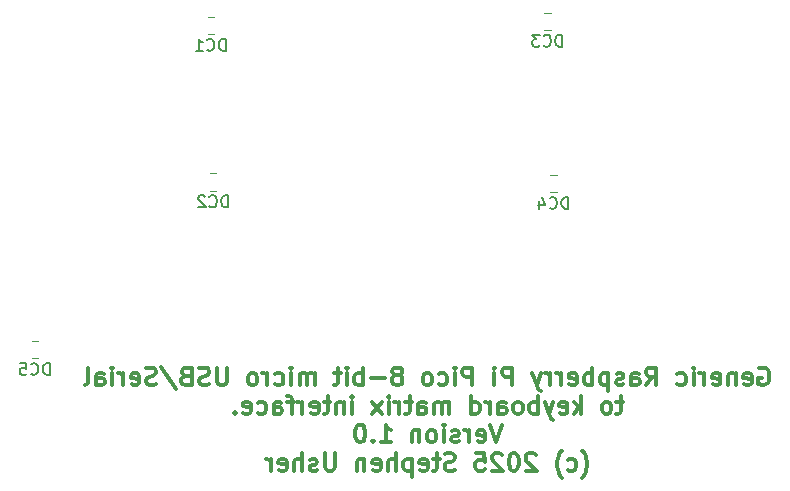
<source format=gbr>
%TF.GenerationSoftware,KiCad,Pcbnew,9.0.2*%
%TF.CreationDate,2025-07-27T17:40:09+01:00*%
%TF.ProjectId,Pico-Keyboard-Matrix-Interface,5069636f-2d4b-4657-9962-6f6172642d4d,rev?*%
%TF.SameCoordinates,Original*%
%TF.FileFunction,Legend,Bot*%
%TF.FilePolarity,Positive*%
%FSLAX46Y46*%
G04 Gerber Fmt 4.6, Leading zero omitted, Abs format (unit mm)*
G04 Created by KiCad (PCBNEW 9.0.2) date 2025-07-27 17:40:09*
%MOMM*%
%LPD*%
G01*
G04 APERTURE LIST*
%ADD10C,0.300000*%
%ADD11C,0.150000*%
%ADD12C,0.120000*%
G04 APERTURE END LIST*
D10*
X136621426Y-82127383D02*
X136764284Y-82055954D01*
X136764284Y-82055954D02*
X136978569Y-82055954D01*
X136978569Y-82055954D02*
X137192855Y-82127383D01*
X137192855Y-82127383D02*
X137335712Y-82270240D01*
X137335712Y-82270240D02*
X137407141Y-82413097D01*
X137407141Y-82413097D02*
X137478569Y-82698811D01*
X137478569Y-82698811D02*
X137478569Y-82913097D01*
X137478569Y-82913097D02*
X137407141Y-83198811D01*
X137407141Y-83198811D02*
X137335712Y-83341668D01*
X137335712Y-83341668D02*
X137192855Y-83484526D01*
X137192855Y-83484526D02*
X136978569Y-83555954D01*
X136978569Y-83555954D02*
X136835712Y-83555954D01*
X136835712Y-83555954D02*
X136621426Y-83484526D01*
X136621426Y-83484526D02*
X136549998Y-83413097D01*
X136549998Y-83413097D02*
X136549998Y-82913097D01*
X136549998Y-82913097D02*
X136835712Y-82913097D01*
X135335712Y-83484526D02*
X135478569Y-83555954D01*
X135478569Y-83555954D02*
X135764284Y-83555954D01*
X135764284Y-83555954D02*
X135907141Y-83484526D01*
X135907141Y-83484526D02*
X135978569Y-83341668D01*
X135978569Y-83341668D02*
X135978569Y-82770240D01*
X135978569Y-82770240D02*
X135907141Y-82627383D01*
X135907141Y-82627383D02*
X135764284Y-82555954D01*
X135764284Y-82555954D02*
X135478569Y-82555954D01*
X135478569Y-82555954D02*
X135335712Y-82627383D01*
X135335712Y-82627383D02*
X135264284Y-82770240D01*
X135264284Y-82770240D02*
X135264284Y-82913097D01*
X135264284Y-82913097D02*
X135978569Y-83055954D01*
X134621427Y-82555954D02*
X134621427Y-83555954D01*
X134621427Y-82698811D02*
X134549998Y-82627383D01*
X134549998Y-82627383D02*
X134407141Y-82555954D01*
X134407141Y-82555954D02*
X134192855Y-82555954D01*
X134192855Y-82555954D02*
X134049998Y-82627383D01*
X134049998Y-82627383D02*
X133978570Y-82770240D01*
X133978570Y-82770240D02*
X133978570Y-83555954D01*
X132692855Y-83484526D02*
X132835712Y-83555954D01*
X132835712Y-83555954D02*
X133121427Y-83555954D01*
X133121427Y-83555954D02*
X133264284Y-83484526D01*
X133264284Y-83484526D02*
X133335712Y-83341668D01*
X133335712Y-83341668D02*
X133335712Y-82770240D01*
X133335712Y-82770240D02*
X133264284Y-82627383D01*
X133264284Y-82627383D02*
X133121427Y-82555954D01*
X133121427Y-82555954D02*
X132835712Y-82555954D01*
X132835712Y-82555954D02*
X132692855Y-82627383D01*
X132692855Y-82627383D02*
X132621427Y-82770240D01*
X132621427Y-82770240D02*
X132621427Y-82913097D01*
X132621427Y-82913097D02*
X133335712Y-83055954D01*
X131978570Y-83555954D02*
X131978570Y-82555954D01*
X131978570Y-82841668D02*
X131907141Y-82698811D01*
X131907141Y-82698811D02*
X131835713Y-82627383D01*
X131835713Y-82627383D02*
X131692855Y-82555954D01*
X131692855Y-82555954D02*
X131549998Y-82555954D01*
X131049999Y-83555954D02*
X131049999Y-82555954D01*
X131049999Y-82055954D02*
X131121427Y-82127383D01*
X131121427Y-82127383D02*
X131049999Y-82198811D01*
X131049999Y-82198811D02*
X130978570Y-82127383D01*
X130978570Y-82127383D02*
X131049999Y-82055954D01*
X131049999Y-82055954D02*
X131049999Y-82198811D01*
X129692856Y-83484526D02*
X129835713Y-83555954D01*
X129835713Y-83555954D02*
X130121427Y-83555954D01*
X130121427Y-83555954D02*
X130264284Y-83484526D01*
X130264284Y-83484526D02*
X130335713Y-83413097D01*
X130335713Y-83413097D02*
X130407141Y-83270240D01*
X130407141Y-83270240D02*
X130407141Y-82841668D01*
X130407141Y-82841668D02*
X130335713Y-82698811D01*
X130335713Y-82698811D02*
X130264284Y-82627383D01*
X130264284Y-82627383D02*
X130121427Y-82555954D01*
X130121427Y-82555954D02*
X129835713Y-82555954D01*
X129835713Y-82555954D02*
X129692856Y-82627383D01*
X127049999Y-83555954D02*
X127549999Y-82841668D01*
X127907142Y-83555954D02*
X127907142Y-82055954D01*
X127907142Y-82055954D02*
X127335713Y-82055954D01*
X127335713Y-82055954D02*
X127192856Y-82127383D01*
X127192856Y-82127383D02*
X127121427Y-82198811D01*
X127121427Y-82198811D02*
X127049999Y-82341668D01*
X127049999Y-82341668D02*
X127049999Y-82555954D01*
X127049999Y-82555954D02*
X127121427Y-82698811D01*
X127121427Y-82698811D02*
X127192856Y-82770240D01*
X127192856Y-82770240D02*
X127335713Y-82841668D01*
X127335713Y-82841668D02*
X127907142Y-82841668D01*
X125764285Y-83555954D02*
X125764285Y-82770240D01*
X125764285Y-82770240D02*
X125835713Y-82627383D01*
X125835713Y-82627383D02*
X125978570Y-82555954D01*
X125978570Y-82555954D02*
X126264285Y-82555954D01*
X126264285Y-82555954D02*
X126407142Y-82627383D01*
X125764285Y-83484526D02*
X125907142Y-83555954D01*
X125907142Y-83555954D02*
X126264285Y-83555954D01*
X126264285Y-83555954D02*
X126407142Y-83484526D01*
X126407142Y-83484526D02*
X126478570Y-83341668D01*
X126478570Y-83341668D02*
X126478570Y-83198811D01*
X126478570Y-83198811D02*
X126407142Y-83055954D01*
X126407142Y-83055954D02*
X126264285Y-82984526D01*
X126264285Y-82984526D02*
X125907142Y-82984526D01*
X125907142Y-82984526D02*
X125764285Y-82913097D01*
X125121427Y-83484526D02*
X124978570Y-83555954D01*
X124978570Y-83555954D02*
X124692856Y-83555954D01*
X124692856Y-83555954D02*
X124549999Y-83484526D01*
X124549999Y-83484526D02*
X124478570Y-83341668D01*
X124478570Y-83341668D02*
X124478570Y-83270240D01*
X124478570Y-83270240D02*
X124549999Y-83127383D01*
X124549999Y-83127383D02*
X124692856Y-83055954D01*
X124692856Y-83055954D02*
X124907142Y-83055954D01*
X124907142Y-83055954D02*
X125049999Y-82984526D01*
X125049999Y-82984526D02*
X125121427Y-82841668D01*
X125121427Y-82841668D02*
X125121427Y-82770240D01*
X125121427Y-82770240D02*
X125049999Y-82627383D01*
X125049999Y-82627383D02*
X124907142Y-82555954D01*
X124907142Y-82555954D02*
X124692856Y-82555954D01*
X124692856Y-82555954D02*
X124549999Y-82627383D01*
X123835713Y-82555954D02*
X123835713Y-84055954D01*
X123835713Y-82627383D02*
X123692856Y-82555954D01*
X123692856Y-82555954D02*
X123407141Y-82555954D01*
X123407141Y-82555954D02*
X123264284Y-82627383D01*
X123264284Y-82627383D02*
X123192856Y-82698811D01*
X123192856Y-82698811D02*
X123121427Y-82841668D01*
X123121427Y-82841668D02*
X123121427Y-83270240D01*
X123121427Y-83270240D02*
X123192856Y-83413097D01*
X123192856Y-83413097D02*
X123264284Y-83484526D01*
X123264284Y-83484526D02*
X123407141Y-83555954D01*
X123407141Y-83555954D02*
X123692856Y-83555954D01*
X123692856Y-83555954D02*
X123835713Y-83484526D01*
X122478570Y-83555954D02*
X122478570Y-82055954D01*
X122478570Y-82627383D02*
X122335713Y-82555954D01*
X122335713Y-82555954D02*
X122049998Y-82555954D01*
X122049998Y-82555954D02*
X121907141Y-82627383D01*
X121907141Y-82627383D02*
X121835713Y-82698811D01*
X121835713Y-82698811D02*
X121764284Y-82841668D01*
X121764284Y-82841668D02*
X121764284Y-83270240D01*
X121764284Y-83270240D02*
X121835713Y-83413097D01*
X121835713Y-83413097D02*
X121907141Y-83484526D01*
X121907141Y-83484526D02*
X122049998Y-83555954D01*
X122049998Y-83555954D02*
X122335713Y-83555954D01*
X122335713Y-83555954D02*
X122478570Y-83484526D01*
X120549998Y-83484526D02*
X120692855Y-83555954D01*
X120692855Y-83555954D02*
X120978570Y-83555954D01*
X120978570Y-83555954D02*
X121121427Y-83484526D01*
X121121427Y-83484526D02*
X121192855Y-83341668D01*
X121192855Y-83341668D02*
X121192855Y-82770240D01*
X121192855Y-82770240D02*
X121121427Y-82627383D01*
X121121427Y-82627383D02*
X120978570Y-82555954D01*
X120978570Y-82555954D02*
X120692855Y-82555954D01*
X120692855Y-82555954D02*
X120549998Y-82627383D01*
X120549998Y-82627383D02*
X120478570Y-82770240D01*
X120478570Y-82770240D02*
X120478570Y-82913097D01*
X120478570Y-82913097D02*
X121192855Y-83055954D01*
X119835713Y-83555954D02*
X119835713Y-82555954D01*
X119835713Y-82841668D02*
X119764284Y-82698811D01*
X119764284Y-82698811D02*
X119692856Y-82627383D01*
X119692856Y-82627383D02*
X119549998Y-82555954D01*
X119549998Y-82555954D02*
X119407141Y-82555954D01*
X118907142Y-83555954D02*
X118907142Y-82555954D01*
X118907142Y-82841668D02*
X118835713Y-82698811D01*
X118835713Y-82698811D02*
X118764285Y-82627383D01*
X118764285Y-82627383D02*
X118621427Y-82555954D01*
X118621427Y-82555954D02*
X118478570Y-82555954D01*
X118121428Y-82555954D02*
X117764285Y-83555954D01*
X117407142Y-82555954D02*
X117764285Y-83555954D01*
X117764285Y-83555954D02*
X117907142Y-83913097D01*
X117907142Y-83913097D02*
X117978571Y-83984526D01*
X117978571Y-83984526D02*
X118121428Y-84055954D01*
X115692857Y-83555954D02*
X115692857Y-82055954D01*
X115692857Y-82055954D02*
X115121428Y-82055954D01*
X115121428Y-82055954D02*
X114978571Y-82127383D01*
X114978571Y-82127383D02*
X114907142Y-82198811D01*
X114907142Y-82198811D02*
X114835714Y-82341668D01*
X114835714Y-82341668D02*
X114835714Y-82555954D01*
X114835714Y-82555954D02*
X114907142Y-82698811D01*
X114907142Y-82698811D02*
X114978571Y-82770240D01*
X114978571Y-82770240D02*
X115121428Y-82841668D01*
X115121428Y-82841668D02*
X115692857Y-82841668D01*
X114192857Y-83555954D02*
X114192857Y-82555954D01*
X114192857Y-82055954D02*
X114264285Y-82127383D01*
X114264285Y-82127383D02*
X114192857Y-82198811D01*
X114192857Y-82198811D02*
X114121428Y-82127383D01*
X114121428Y-82127383D02*
X114192857Y-82055954D01*
X114192857Y-82055954D02*
X114192857Y-82198811D01*
X112335714Y-83555954D02*
X112335714Y-82055954D01*
X112335714Y-82055954D02*
X111764285Y-82055954D01*
X111764285Y-82055954D02*
X111621428Y-82127383D01*
X111621428Y-82127383D02*
X111549999Y-82198811D01*
X111549999Y-82198811D02*
X111478571Y-82341668D01*
X111478571Y-82341668D02*
X111478571Y-82555954D01*
X111478571Y-82555954D02*
X111549999Y-82698811D01*
X111549999Y-82698811D02*
X111621428Y-82770240D01*
X111621428Y-82770240D02*
X111764285Y-82841668D01*
X111764285Y-82841668D02*
X112335714Y-82841668D01*
X110835714Y-83555954D02*
X110835714Y-82555954D01*
X110835714Y-82055954D02*
X110907142Y-82127383D01*
X110907142Y-82127383D02*
X110835714Y-82198811D01*
X110835714Y-82198811D02*
X110764285Y-82127383D01*
X110764285Y-82127383D02*
X110835714Y-82055954D01*
X110835714Y-82055954D02*
X110835714Y-82198811D01*
X109478571Y-83484526D02*
X109621428Y-83555954D01*
X109621428Y-83555954D02*
X109907142Y-83555954D01*
X109907142Y-83555954D02*
X110049999Y-83484526D01*
X110049999Y-83484526D02*
X110121428Y-83413097D01*
X110121428Y-83413097D02*
X110192856Y-83270240D01*
X110192856Y-83270240D02*
X110192856Y-82841668D01*
X110192856Y-82841668D02*
X110121428Y-82698811D01*
X110121428Y-82698811D02*
X110049999Y-82627383D01*
X110049999Y-82627383D02*
X109907142Y-82555954D01*
X109907142Y-82555954D02*
X109621428Y-82555954D01*
X109621428Y-82555954D02*
X109478571Y-82627383D01*
X108621428Y-83555954D02*
X108764285Y-83484526D01*
X108764285Y-83484526D02*
X108835714Y-83413097D01*
X108835714Y-83413097D02*
X108907142Y-83270240D01*
X108907142Y-83270240D02*
X108907142Y-82841668D01*
X108907142Y-82841668D02*
X108835714Y-82698811D01*
X108835714Y-82698811D02*
X108764285Y-82627383D01*
X108764285Y-82627383D02*
X108621428Y-82555954D01*
X108621428Y-82555954D02*
X108407142Y-82555954D01*
X108407142Y-82555954D02*
X108264285Y-82627383D01*
X108264285Y-82627383D02*
X108192857Y-82698811D01*
X108192857Y-82698811D02*
X108121428Y-82841668D01*
X108121428Y-82841668D02*
X108121428Y-83270240D01*
X108121428Y-83270240D02*
X108192857Y-83413097D01*
X108192857Y-83413097D02*
X108264285Y-83484526D01*
X108264285Y-83484526D02*
X108407142Y-83555954D01*
X108407142Y-83555954D02*
X108621428Y-83555954D01*
X106121428Y-82698811D02*
X106264285Y-82627383D01*
X106264285Y-82627383D02*
X106335714Y-82555954D01*
X106335714Y-82555954D02*
X106407142Y-82413097D01*
X106407142Y-82413097D02*
X106407142Y-82341668D01*
X106407142Y-82341668D02*
X106335714Y-82198811D01*
X106335714Y-82198811D02*
X106264285Y-82127383D01*
X106264285Y-82127383D02*
X106121428Y-82055954D01*
X106121428Y-82055954D02*
X105835714Y-82055954D01*
X105835714Y-82055954D02*
X105692857Y-82127383D01*
X105692857Y-82127383D02*
X105621428Y-82198811D01*
X105621428Y-82198811D02*
X105549999Y-82341668D01*
X105549999Y-82341668D02*
X105549999Y-82413097D01*
X105549999Y-82413097D02*
X105621428Y-82555954D01*
X105621428Y-82555954D02*
X105692857Y-82627383D01*
X105692857Y-82627383D02*
X105835714Y-82698811D01*
X105835714Y-82698811D02*
X106121428Y-82698811D01*
X106121428Y-82698811D02*
X106264285Y-82770240D01*
X106264285Y-82770240D02*
X106335714Y-82841668D01*
X106335714Y-82841668D02*
X106407142Y-82984526D01*
X106407142Y-82984526D02*
X106407142Y-83270240D01*
X106407142Y-83270240D02*
X106335714Y-83413097D01*
X106335714Y-83413097D02*
X106264285Y-83484526D01*
X106264285Y-83484526D02*
X106121428Y-83555954D01*
X106121428Y-83555954D02*
X105835714Y-83555954D01*
X105835714Y-83555954D02*
X105692857Y-83484526D01*
X105692857Y-83484526D02*
X105621428Y-83413097D01*
X105621428Y-83413097D02*
X105549999Y-83270240D01*
X105549999Y-83270240D02*
X105549999Y-82984526D01*
X105549999Y-82984526D02*
X105621428Y-82841668D01*
X105621428Y-82841668D02*
X105692857Y-82770240D01*
X105692857Y-82770240D02*
X105835714Y-82698811D01*
X104907143Y-82984526D02*
X103764286Y-82984526D01*
X103050000Y-83555954D02*
X103050000Y-82055954D01*
X103050000Y-82627383D02*
X102907143Y-82555954D01*
X102907143Y-82555954D02*
X102621428Y-82555954D01*
X102621428Y-82555954D02*
X102478571Y-82627383D01*
X102478571Y-82627383D02*
X102407143Y-82698811D01*
X102407143Y-82698811D02*
X102335714Y-82841668D01*
X102335714Y-82841668D02*
X102335714Y-83270240D01*
X102335714Y-83270240D02*
X102407143Y-83413097D01*
X102407143Y-83413097D02*
X102478571Y-83484526D01*
X102478571Y-83484526D02*
X102621428Y-83555954D01*
X102621428Y-83555954D02*
X102907143Y-83555954D01*
X102907143Y-83555954D02*
X103050000Y-83484526D01*
X101692857Y-83555954D02*
X101692857Y-82555954D01*
X101692857Y-82055954D02*
X101764285Y-82127383D01*
X101764285Y-82127383D02*
X101692857Y-82198811D01*
X101692857Y-82198811D02*
X101621428Y-82127383D01*
X101621428Y-82127383D02*
X101692857Y-82055954D01*
X101692857Y-82055954D02*
X101692857Y-82198811D01*
X101192856Y-82555954D02*
X100621428Y-82555954D01*
X100978571Y-82055954D02*
X100978571Y-83341668D01*
X100978571Y-83341668D02*
X100907142Y-83484526D01*
X100907142Y-83484526D02*
X100764285Y-83555954D01*
X100764285Y-83555954D02*
X100621428Y-83555954D01*
X98978571Y-83555954D02*
X98978571Y-82555954D01*
X98978571Y-82698811D02*
X98907142Y-82627383D01*
X98907142Y-82627383D02*
X98764285Y-82555954D01*
X98764285Y-82555954D02*
X98549999Y-82555954D01*
X98549999Y-82555954D02*
X98407142Y-82627383D01*
X98407142Y-82627383D02*
X98335714Y-82770240D01*
X98335714Y-82770240D02*
X98335714Y-83555954D01*
X98335714Y-82770240D02*
X98264285Y-82627383D01*
X98264285Y-82627383D02*
X98121428Y-82555954D01*
X98121428Y-82555954D02*
X97907142Y-82555954D01*
X97907142Y-82555954D02*
X97764285Y-82627383D01*
X97764285Y-82627383D02*
X97692856Y-82770240D01*
X97692856Y-82770240D02*
X97692856Y-83555954D01*
X96978571Y-83555954D02*
X96978571Y-82555954D01*
X96978571Y-82055954D02*
X97049999Y-82127383D01*
X97049999Y-82127383D02*
X96978571Y-82198811D01*
X96978571Y-82198811D02*
X96907142Y-82127383D01*
X96907142Y-82127383D02*
X96978571Y-82055954D01*
X96978571Y-82055954D02*
X96978571Y-82198811D01*
X95621428Y-83484526D02*
X95764285Y-83555954D01*
X95764285Y-83555954D02*
X96049999Y-83555954D01*
X96049999Y-83555954D02*
X96192856Y-83484526D01*
X96192856Y-83484526D02*
X96264285Y-83413097D01*
X96264285Y-83413097D02*
X96335713Y-83270240D01*
X96335713Y-83270240D02*
X96335713Y-82841668D01*
X96335713Y-82841668D02*
X96264285Y-82698811D01*
X96264285Y-82698811D02*
X96192856Y-82627383D01*
X96192856Y-82627383D02*
X96049999Y-82555954D01*
X96049999Y-82555954D02*
X95764285Y-82555954D01*
X95764285Y-82555954D02*
X95621428Y-82627383D01*
X94978571Y-83555954D02*
X94978571Y-82555954D01*
X94978571Y-82841668D02*
X94907142Y-82698811D01*
X94907142Y-82698811D02*
X94835714Y-82627383D01*
X94835714Y-82627383D02*
X94692856Y-82555954D01*
X94692856Y-82555954D02*
X94549999Y-82555954D01*
X93835714Y-83555954D02*
X93978571Y-83484526D01*
X93978571Y-83484526D02*
X94050000Y-83413097D01*
X94050000Y-83413097D02*
X94121428Y-83270240D01*
X94121428Y-83270240D02*
X94121428Y-82841668D01*
X94121428Y-82841668D02*
X94050000Y-82698811D01*
X94050000Y-82698811D02*
X93978571Y-82627383D01*
X93978571Y-82627383D02*
X93835714Y-82555954D01*
X93835714Y-82555954D02*
X93621428Y-82555954D01*
X93621428Y-82555954D02*
X93478571Y-82627383D01*
X93478571Y-82627383D02*
X93407143Y-82698811D01*
X93407143Y-82698811D02*
X93335714Y-82841668D01*
X93335714Y-82841668D02*
X93335714Y-83270240D01*
X93335714Y-83270240D02*
X93407143Y-83413097D01*
X93407143Y-83413097D02*
X93478571Y-83484526D01*
X93478571Y-83484526D02*
X93621428Y-83555954D01*
X93621428Y-83555954D02*
X93835714Y-83555954D01*
X91550000Y-82055954D02*
X91550000Y-83270240D01*
X91550000Y-83270240D02*
X91478571Y-83413097D01*
X91478571Y-83413097D02*
X91407143Y-83484526D01*
X91407143Y-83484526D02*
X91264285Y-83555954D01*
X91264285Y-83555954D02*
X90978571Y-83555954D01*
X90978571Y-83555954D02*
X90835714Y-83484526D01*
X90835714Y-83484526D02*
X90764285Y-83413097D01*
X90764285Y-83413097D02*
X90692857Y-83270240D01*
X90692857Y-83270240D02*
X90692857Y-82055954D01*
X90049999Y-83484526D02*
X89835714Y-83555954D01*
X89835714Y-83555954D02*
X89478571Y-83555954D01*
X89478571Y-83555954D02*
X89335714Y-83484526D01*
X89335714Y-83484526D02*
X89264285Y-83413097D01*
X89264285Y-83413097D02*
X89192856Y-83270240D01*
X89192856Y-83270240D02*
X89192856Y-83127383D01*
X89192856Y-83127383D02*
X89264285Y-82984526D01*
X89264285Y-82984526D02*
X89335714Y-82913097D01*
X89335714Y-82913097D02*
X89478571Y-82841668D01*
X89478571Y-82841668D02*
X89764285Y-82770240D01*
X89764285Y-82770240D02*
X89907142Y-82698811D01*
X89907142Y-82698811D02*
X89978571Y-82627383D01*
X89978571Y-82627383D02*
X90049999Y-82484526D01*
X90049999Y-82484526D02*
X90049999Y-82341668D01*
X90049999Y-82341668D02*
X89978571Y-82198811D01*
X89978571Y-82198811D02*
X89907142Y-82127383D01*
X89907142Y-82127383D02*
X89764285Y-82055954D01*
X89764285Y-82055954D02*
X89407142Y-82055954D01*
X89407142Y-82055954D02*
X89192856Y-82127383D01*
X88050000Y-82770240D02*
X87835714Y-82841668D01*
X87835714Y-82841668D02*
X87764285Y-82913097D01*
X87764285Y-82913097D02*
X87692857Y-83055954D01*
X87692857Y-83055954D02*
X87692857Y-83270240D01*
X87692857Y-83270240D02*
X87764285Y-83413097D01*
X87764285Y-83413097D02*
X87835714Y-83484526D01*
X87835714Y-83484526D02*
X87978571Y-83555954D01*
X87978571Y-83555954D02*
X88550000Y-83555954D01*
X88550000Y-83555954D02*
X88550000Y-82055954D01*
X88550000Y-82055954D02*
X88050000Y-82055954D01*
X88050000Y-82055954D02*
X87907143Y-82127383D01*
X87907143Y-82127383D02*
X87835714Y-82198811D01*
X87835714Y-82198811D02*
X87764285Y-82341668D01*
X87764285Y-82341668D02*
X87764285Y-82484526D01*
X87764285Y-82484526D02*
X87835714Y-82627383D01*
X87835714Y-82627383D02*
X87907143Y-82698811D01*
X87907143Y-82698811D02*
X88050000Y-82770240D01*
X88050000Y-82770240D02*
X88550000Y-82770240D01*
X85978571Y-81984526D02*
X87264285Y-83913097D01*
X85549999Y-83484526D02*
X85335714Y-83555954D01*
X85335714Y-83555954D02*
X84978571Y-83555954D01*
X84978571Y-83555954D02*
X84835714Y-83484526D01*
X84835714Y-83484526D02*
X84764285Y-83413097D01*
X84764285Y-83413097D02*
X84692856Y-83270240D01*
X84692856Y-83270240D02*
X84692856Y-83127383D01*
X84692856Y-83127383D02*
X84764285Y-82984526D01*
X84764285Y-82984526D02*
X84835714Y-82913097D01*
X84835714Y-82913097D02*
X84978571Y-82841668D01*
X84978571Y-82841668D02*
X85264285Y-82770240D01*
X85264285Y-82770240D02*
X85407142Y-82698811D01*
X85407142Y-82698811D02*
X85478571Y-82627383D01*
X85478571Y-82627383D02*
X85549999Y-82484526D01*
X85549999Y-82484526D02*
X85549999Y-82341668D01*
X85549999Y-82341668D02*
X85478571Y-82198811D01*
X85478571Y-82198811D02*
X85407142Y-82127383D01*
X85407142Y-82127383D02*
X85264285Y-82055954D01*
X85264285Y-82055954D02*
X84907142Y-82055954D01*
X84907142Y-82055954D02*
X84692856Y-82127383D01*
X83478571Y-83484526D02*
X83621428Y-83555954D01*
X83621428Y-83555954D02*
X83907143Y-83555954D01*
X83907143Y-83555954D02*
X84050000Y-83484526D01*
X84050000Y-83484526D02*
X84121428Y-83341668D01*
X84121428Y-83341668D02*
X84121428Y-82770240D01*
X84121428Y-82770240D02*
X84050000Y-82627383D01*
X84050000Y-82627383D02*
X83907143Y-82555954D01*
X83907143Y-82555954D02*
X83621428Y-82555954D01*
X83621428Y-82555954D02*
X83478571Y-82627383D01*
X83478571Y-82627383D02*
X83407143Y-82770240D01*
X83407143Y-82770240D02*
X83407143Y-82913097D01*
X83407143Y-82913097D02*
X84121428Y-83055954D01*
X82764286Y-83555954D02*
X82764286Y-82555954D01*
X82764286Y-82841668D02*
X82692857Y-82698811D01*
X82692857Y-82698811D02*
X82621429Y-82627383D01*
X82621429Y-82627383D02*
X82478571Y-82555954D01*
X82478571Y-82555954D02*
X82335714Y-82555954D01*
X81835715Y-83555954D02*
X81835715Y-82555954D01*
X81835715Y-82055954D02*
X81907143Y-82127383D01*
X81907143Y-82127383D02*
X81835715Y-82198811D01*
X81835715Y-82198811D02*
X81764286Y-82127383D01*
X81764286Y-82127383D02*
X81835715Y-82055954D01*
X81835715Y-82055954D02*
X81835715Y-82198811D01*
X80478572Y-83555954D02*
X80478572Y-82770240D01*
X80478572Y-82770240D02*
X80550000Y-82627383D01*
X80550000Y-82627383D02*
X80692857Y-82555954D01*
X80692857Y-82555954D02*
X80978572Y-82555954D01*
X80978572Y-82555954D02*
X81121429Y-82627383D01*
X80478572Y-83484526D02*
X80621429Y-83555954D01*
X80621429Y-83555954D02*
X80978572Y-83555954D01*
X80978572Y-83555954D02*
X81121429Y-83484526D01*
X81121429Y-83484526D02*
X81192857Y-83341668D01*
X81192857Y-83341668D02*
X81192857Y-83198811D01*
X81192857Y-83198811D02*
X81121429Y-83055954D01*
X81121429Y-83055954D02*
X80978572Y-82984526D01*
X80978572Y-82984526D02*
X80621429Y-82984526D01*
X80621429Y-82984526D02*
X80478572Y-82913097D01*
X79550000Y-83555954D02*
X79692857Y-83484526D01*
X79692857Y-83484526D02*
X79764286Y-83341668D01*
X79764286Y-83341668D02*
X79764286Y-82055954D01*
X125085713Y-84970870D02*
X124514285Y-84970870D01*
X124871428Y-84470870D02*
X124871428Y-85756584D01*
X124871428Y-85756584D02*
X124799999Y-85899442D01*
X124799999Y-85899442D02*
X124657142Y-85970870D01*
X124657142Y-85970870D02*
X124514285Y-85970870D01*
X123799999Y-85970870D02*
X123942856Y-85899442D01*
X123942856Y-85899442D02*
X124014285Y-85828013D01*
X124014285Y-85828013D02*
X124085713Y-85685156D01*
X124085713Y-85685156D02*
X124085713Y-85256584D01*
X124085713Y-85256584D02*
X124014285Y-85113727D01*
X124014285Y-85113727D02*
X123942856Y-85042299D01*
X123942856Y-85042299D02*
X123799999Y-84970870D01*
X123799999Y-84970870D02*
X123585713Y-84970870D01*
X123585713Y-84970870D02*
X123442856Y-85042299D01*
X123442856Y-85042299D02*
X123371428Y-85113727D01*
X123371428Y-85113727D02*
X123299999Y-85256584D01*
X123299999Y-85256584D02*
X123299999Y-85685156D01*
X123299999Y-85685156D02*
X123371428Y-85828013D01*
X123371428Y-85828013D02*
X123442856Y-85899442D01*
X123442856Y-85899442D02*
X123585713Y-85970870D01*
X123585713Y-85970870D02*
X123799999Y-85970870D01*
X121514285Y-85970870D02*
X121514285Y-84470870D01*
X121371428Y-85399442D02*
X120942856Y-85970870D01*
X120942856Y-84970870D02*
X121514285Y-85542299D01*
X119728570Y-85899442D02*
X119871427Y-85970870D01*
X119871427Y-85970870D02*
X120157142Y-85970870D01*
X120157142Y-85970870D02*
X120299999Y-85899442D01*
X120299999Y-85899442D02*
X120371427Y-85756584D01*
X120371427Y-85756584D02*
X120371427Y-85185156D01*
X120371427Y-85185156D02*
X120299999Y-85042299D01*
X120299999Y-85042299D02*
X120157142Y-84970870D01*
X120157142Y-84970870D02*
X119871427Y-84970870D01*
X119871427Y-84970870D02*
X119728570Y-85042299D01*
X119728570Y-85042299D02*
X119657142Y-85185156D01*
X119657142Y-85185156D02*
X119657142Y-85328013D01*
X119657142Y-85328013D02*
X120371427Y-85470870D01*
X119157142Y-84970870D02*
X118799999Y-85970870D01*
X118442856Y-84970870D02*
X118799999Y-85970870D01*
X118799999Y-85970870D02*
X118942856Y-86328013D01*
X118942856Y-86328013D02*
X119014285Y-86399442D01*
X119014285Y-86399442D02*
X119157142Y-86470870D01*
X117871428Y-85970870D02*
X117871428Y-84470870D01*
X117871428Y-85042299D02*
X117728571Y-84970870D01*
X117728571Y-84970870D02*
X117442856Y-84970870D01*
X117442856Y-84970870D02*
X117299999Y-85042299D01*
X117299999Y-85042299D02*
X117228571Y-85113727D01*
X117228571Y-85113727D02*
X117157142Y-85256584D01*
X117157142Y-85256584D02*
X117157142Y-85685156D01*
X117157142Y-85685156D02*
X117228571Y-85828013D01*
X117228571Y-85828013D02*
X117299999Y-85899442D01*
X117299999Y-85899442D02*
X117442856Y-85970870D01*
X117442856Y-85970870D02*
X117728571Y-85970870D01*
X117728571Y-85970870D02*
X117871428Y-85899442D01*
X116299999Y-85970870D02*
X116442856Y-85899442D01*
X116442856Y-85899442D02*
X116514285Y-85828013D01*
X116514285Y-85828013D02*
X116585713Y-85685156D01*
X116585713Y-85685156D02*
X116585713Y-85256584D01*
X116585713Y-85256584D02*
X116514285Y-85113727D01*
X116514285Y-85113727D02*
X116442856Y-85042299D01*
X116442856Y-85042299D02*
X116299999Y-84970870D01*
X116299999Y-84970870D02*
X116085713Y-84970870D01*
X116085713Y-84970870D02*
X115942856Y-85042299D01*
X115942856Y-85042299D02*
X115871428Y-85113727D01*
X115871428Y-85113727D02*
X115799999Y-85256584D01*
X115799999Y-85256584D02*
X115799999Y-85685156D01*
X115799999Y-85685156D02*
X115871428Y-85828013D01*
X115871428Y-85828013D02*
X115942856Y-85899442D01*
X115942856Y-85899442D02*
X116085713Y-85970870D01*
X116085713Y-85970870D02*
X116299999Y-85970870D01*
X114514285Y-85970870D02*
X114514285Y-85185156D01*
X114514285Y-85185156D02*
X114585713Y-85042299D01*
X114585713Y-85042299D02*
X114728570Y-84970870D01*
X114728570Y-84970870D02*
X115014285Y-84970870D01*
X115014285Y-84970870D02*
X115157142Y-85042299D01*
X114514285Y-85899442D02*
X114657142Y-85970870D01*
X114657142Y-85970870D02*
X115014285Y-85970870D01*
X115014285Y-85970870D02*
X115157142Y-85899442D01*
X115157142Y-85899442D02*
X115228570Y-85756584D01*
X115228570Y-85756584D02*
X115228570Y-85613727D01*
X115228570Y-85613727D02*
X115157142Y-85470870D01*
X115157142Y-85470870D02*
X115014285Y-85399442D01*
X115014285Y-85399442D02*
X114657142Y-85399442D01*
X114657142Y-85399442D02*
X114514285Y-85328013D01*
X113799999Y-85970870D02*
X113799999Y-84970870D01*
X113799999Y-85256584D02*
X113728570Y-85113727D01*
X113728570Y-85113727D02*
X113657142Y-85042299D01*
X113657142Y-85042299D02*
X113514284Y-84970870D01*
X113514284Y-84970870D02*
X113371427Y-84970870D01*
X112228571Y-85970870D02*
X112228571Y-84470870D01*
X112228571Y-85899442D02*
X112371428Y-85970870D01*
X112371428Y-85970870D02*
X112657142Y-85970870D01*
X112657142Y-85970870D02*
X112799999Y-85899442D01*
X112799999Y-85899442D02*
X112871428Y-85828013D01*
X112871428Y-85828013D02*
X112942856Y-85685156D01*
X112942856Y-85685156D02*
X112942856Y-85256584D01*
X112942856Y-85256584D02*
X112871428Y-85113727D01*
X112871428Y-85113727D02*
X112799999Y-85042299D01*
X112799999Y-85042299D02*
X112657142Y-84970870D01*
X112657142Y-84970870D02*
X112371428Y-84970870D01*
X112371428Y-84970870D02*
X112228571Y-85042299D01*
X110371428Y-85970870D02*
X110371428Y-84970870D01*
X110371428Y-85113727D02*
X110299999Y-85042299D01*
X110299999Y-85042299D02*
X110157142Y-84970870D01*
X110157142Y-84970870D02*
X109942856Y-84970870D01*
X109942856Y-84970870D02*
X109799999Y-85042299D01*
X109799999Y-85042299D02*
X109728571Y-85185156D01*
X109728571Y-85185156D02*
X109728571Y-85970870D01*
X109728571Y-85185156D02*
X109657142Y-85042299D01*
X109657142Y-85042299D02*
X109514285Y-84970870D01*
X109514285Y-84970870D02*
X109299999Y-84970870D01*
X109299999Y-84970870D02*
X109157142Y-85042299D01*
X109157142Y-85042299D02*
X109085713Y-85185156D01*
X109085713Y-85185156D02*
X109085713Y-85970870D01*
X107728571Y-85970870D02*
X107728571Y-85185156D01*
X107728571Y-85185156D02*
X107799999Y-85042299D01*
X107799999Y-85042299D02*
X107942856Y-84970870D01*
X107942856Y-84970870D02*
X108228571Y-84970870D01*
X108228571Y-84970870D02*
X108371428Y-85042299D01*
X107728571Y-85899442D02*
X107871428Y-85970870D01*
X107871428Y-85970870D02*
X108228571Y-85970870D01*
X108228571Y-85970870D02*
X108371428Y-85899442D01*
X108371428Y-85899442D02*
X108442856Y-85756584D01*
X108442856Y-85756584D02*
X108442856Y-85613727D01*
X108442856Y-85613727D02*
X108371428Y-85470870D01*
X108371428Y-85470870D02*
X108228571Y-85399442D01*
X108228571Y-85399442D02*
X107871428Y-85399442D01*
X107871428Y-85399442D02*
X107728571Y-85328013D01*
X107228570Y-84970870D02*
X106657142Y-84970870D01*
X107014285Y-84470870D02*
X107014285Y-85756584D01*
X107014285Y-85756584D02*
X106942856Y-85899442D01*
X106942856Y-85899442D02*
X106799999Y-85970870D01*
X106799999Y-85970870D02*
X106657142Y-85970870D01*
X106157142Y-85970870D02*
X106157142Y-84970870D01*
X106157142Y-85256584D02*
X106085713Y-85113727D01*
X106085713Y-85113727D02*
X106014285Y-85042299D01*
X106014285Y-85042299D02*
X105871427Y-84970870D01*
X105871427Y-84970870D02*
X105728570Y-84970870D01*
X105228571Y-85970870D02*
X105228571Y-84970870D01*
X105228571Y-84470870D02*
X105299999Y-84542299D01*
X105299999Y-84542299D02*
X105228571Y-84613727D01*
X105228571Y-84613727D02*
X105157142Y-84542299D01*
X105157142Y-84542299D02*
X105228571Y-84470870D01*
X105228571Y-84470870D02*
X105228571Y-84613727D01*
X104657142Y-85970870D02*
X103871428Y-84970870D01*
X104657142Y-84970870D02*
X103871428Y-85970870D01*
X102157142Y-85970870D02*
X102157142Y-84970870D01*
X102157142Y-84470870D02*
X102228570Y-84542299D01*
X102228570Y-84542299D02*
X102157142Y-84613727D01*
X102157142Y-84613727D02*
X102085713Y-84542299D01*
X102085713Y-84542299D02*
X102157142Y-84470870D01*
X102157142Y-84470870D02*
X102157142Y-84613727D01*
X101442856Y-84970870D02*
X101442856Y-85970870D01*
X101442856Y-85113727D02*
X101371427Y-85042299D01*
X101371427Y-85042299D02*
X101228570Y-84970870D01*
X101228570Y-84970870D02*
X101014284Y-84970870D01*
X101014284Y-84970870D02*
X100871427Y-85042299D01*
X100871427Y-85042299D02*
X100799999Y-85185156D01*
X100799999Y-85185156D02*
X100799999Y-85970870D01*
X100299998Y-84970870D02*
X99728570Y-84970870D01*
X100085713Y-84470870D02*
X100085713Y-85756584D01*
X100085713Y-85756584D02*
X100014284Y-85899442D01*
X100014284Y-85899442D02*
X99871427Y-85970870D01*
X99871427Y-85970870D02*
X99728570Y-85970870D01*
X98657141Y-85899442D02*
X98799998Y-85970870D01*
X98799998Y-85970870D02*
X99085713Y-85970870D01*
X99085713Y-85970870D02*
X99228570Y-85899442D01*
X99228570Y-85899442D02*
X99299998Y-85756584D01*
X99299998Y-85756584D02*
X99299998Y-85185156D01*
X99299998Y-85185156D02*
X99228570Y-85042299D01*
X99228570Y-85042299D02*
X99085713Y-84970870D01*
X99085713Y-84970870D02*
X98799998Y-84970870D01*
X98799998Y-84970870D02*
X98657141Y-85042299D01*
X98657141Y-85042299D02*
X98585713Y-85185156D01*
X98585713Y-85185156D02*
X98585713Y-85328013D01*
X98585713Y-85328013D02*
X99299998Y-85470870D01*
X97942856Y-85970870D02*
X97942856Y-84970870D01*
X97942856Y-85256584D02*
X97871427Y-85113727D01*
X97871427Y-85113727D02*
X97799999Y-85042299D01*
X97799999Y-85042299D02*
X97657141Y-84970870D01*
X97657141Y-84970870D02*
X97514284Y-84970870D01*
X97228570Y-84970870D02*
X96657142Y-84970870D01*
X97014285Y-85970870D02*
X97014285Y-84685156D01*
X97014285Y-84685156D02*
X96942856Y-84542299D01*
X96942856Y-84542299D02*
X96799999Y-84470870D01*
X96799999Y-84470870D02*
X96657142Y-84470870D01*
X95514285Y-85970870D02*
X95514285Y-85185156D01*
X95514285Y-85185156D02*
X95585713Y-85042299D01*
X95585713Y-85042299D02*
X95728570Y-84970870D01*
X95728570Y-84970870D02*
X96014285Y-84970870D01*
X96014285Y-84970870D02*
X96157142Y-85042299D01*
X95514285Y-85899442D02*
X95657142Y-85970870D01*
X95657142Y-85970870D02*
X96014285Y-85970870D01*
X96014285Y-85970870D02*
X96157142Y-85899442D01*
X96157142Y-85899442D02*
X96228570Y-85756584D01*
X96228570Y-85756584D02*
X96228570Y-85613727D01*
X96228570Y-85613727D02*
X96157142Y-85470870D01*
X96157142Y-85470870D02*
X96014285Y-85399442D01*
X96014285Y-85399442D02*
X95657142Y-85399442D01*
X95657142Y-85399442D02*
X95514285Y-85328013D01*
X94157142Y-85899442D02*
X94299999Y-85970870D01*
X94299999Y-85970870D02*
X94585713Y-85970870D01*
X94585713Y-85970870D02*
X94728570Y-85899442D01*
X94728570Y-85899442D02*
X94799999Y-85828013D01*
X94799999Y-85828013D02*
X94871427Y-85685156D01*
X94871427Y-85685156D02*
X94871427Y-85256584D01*
X94871427Y-85256584D02*
X94799999Y-85113727D01*
X94799999Y-85113727D02*
X94728570Y-85042299D01*
X94728570Y-85042299D02*
X94585713Y-84970870D01*
X94585713Y-84970870D02*
X94299999Y-84970870D01*
X94299999Y-84970870D02*
X94157142Y-85042299D01*
X92942856Y-85899442D02*
X93085713Y-85970870D01*
X93085713Y-85970870D02*
X93371428Y-85970870D01*
X93371428Y-85970870D02*
X93514285Y-85899442D01*
X93514285Y-85899442D02*
X93585713Y-85756584D01*
X93585713Y-85756584D02*
X93585713Y-85185156D01*
X93585713Y-85185156D02*
X93514285Y-85042299D01*
X93514285Y-85042299D02*
X93371428Y-84970870D01*
X93371428Y-84970870D02*
X93085713Y-84970870D01*
X93085713Y-84970870D02*
X92942856Y-85042299D01*
X92942856Y-85042299D02*
X92871428Y-85185156D01*
X92871428Y-85185156D02*
X92871428Y-85328013D01*
X92871428Y-85328013D02*
X93585713Y-85470870D01*
X92228571Y-85828013D02*
X92157142Y-85899442D01*
X92157142Y-85899442D02*
X92228571Y-85970870D01*
X92228571Y-85970870D02*
X92299999Y-85899442D01*
X92299999Y-85899442D02*
X92228571Y-85828013D01*
X92228571Y-85828013D02*
X92228571Y-85970870D01*
X114835713Y-86885786D02*
X114335713Y-88385786D01*
X114335713Y-88385786D02*
X113835713Y-86885786D01*
X112764285Y-88314358D02*
X112907142Y-88385786D01*
X112907142Y-88385786D02*
X113192857Y-88385786D01*
X113192857Y-88385786D02*
X113335714Y-88314358D01*
X113335714Y-88314358D02*
X113407142Y-88171500D01*
X113407142Y-88171500D02*
X113407142Y-87600072D01*
X113407142Y-87600072D02*
X113335714Y-87457215D01*
X113335714Y-87457215D02*
X113192857Y-87385786D01*
X113192857Y-87385786D02*
X112907142Y-87385786D01*
X112907142Y-87385786D02*
X112764285Y-87457215D01*
X112764285Y-87457215D02*
X112692857Y-87600072D01*
X112692857Y-87600072D02*
X112692857Y-87742929D01*
X112692857Y-87742929D02*
X113407142Y-87885786D01*
X112050000Y-88385786D02*
X112050000Y-87385786D01*
X112050000Y-87671500D02*
X111978571Y-87528643D01*
X111978571Y-87528643D02*
X111907143Y-87457215D01*
X111907143Y-87457215D02*
X111764285Y-87385786D01*
X111764285Y-87385786D02*
X111621428Y-87385786D01*
X111192857Y-88314358D02*
X111050000Y-88385786D01*
X111050000Y-88385786D02*
X110764286Y-88385786D01*
X110764286Y-88385786D02*
X110621429Y-88314358D01*
X110621429Y-88314358D02*
X110550000Y-88171500D01*
X110550000Y-88171500D02*
X110550000Y-88100072D01*
X110550000Y-88100072D02*
X110621429Y-87957215D01*
X110621429Y-87957215D02*
X110764286Y-87885786D01*
X110764286Y-87885786D02*
X110978572Y-87885786D01*
X110978572Y-87885786D02*
X111121429Y-87814358D01*
X111121429Y-87814358D02*
X111192857Y-87671500D01*
X111192857Y-87671500D02*
X111192857Y-87600072D01*
X111192857Y-87600072D02*
X111121429Y-87457215D01*
X111121429Y-87457215D02*
X110978572Y-87385786D01*
X110978572Y-87385786D02*
X110764286Y-87385786D01*
X110764286Y-87385786D02*
X110621429Y-87457215D01*
X109907143Y-88385786D02*
X109907143Y-87385786D01*
X109907143Y-86885786D02*
X109978571Y-86957215D01*
X109978571Y-86957215D02*
X109907143Y-87028643D01*
X109907143Y-87028643D02*
X109835714Y-86957215D01*
X109835714Y-86957215D02*
X109907143Y-86885786D01*
X109907143Y-86885786D02*
X109907143Y-87028643D01*
X108978571Y-88385786D02*
X109121428Y-88314358D01*
X109121428Y-88314358D02*
X109192857Y-88242929D01*
X109192857Y-88242929D02*
X109264285Y-88100072D01*
X109264285Y-88100072D02*
X109264285Y-87671500D01*
X109264285Y-87671500D02*
X109192857Y-87528643D01*
X109192857Y-87528643D02*
X109121428Y-87457215D01*
X109121428Y-87457215D02*
X108978571Y-87385786D01*
X108978571Y-87385786D02*
X108764285Y-87385786D01*
X108764285Y-87385786D02*
X108621428Y-87457215D01*
X108621428Y-87457215D02*
X108550000Y-87528643D01*
X108550000Y-87528643D02*
X108478571Y-87671500D01*
X108478571Y-87671500D02*
X108478571Y-88100072D01*
X108478571Y-88100072D02*
X108550000Y-88242929D01*
X108550000Y-88242929D02*
X108621428Y-88314358D01*
X108621428Y-88314358D02*
X108764285Y-88385786D01*
X108764285Y-88385786D02*
X108978571Y-88385786D01*
X107835714Y-87385786D02*
X107835714Y-88385786D01*
X107835714Y-87528643D02*
X107764285Y-87457215D01*
X107764285Y-87457215D02*
X107621428Y-87385786D01*
X107621428Y-87385786D02*
X107407142Y-87385786D01*
X107407142Y-87385786D02*
X107264285Y-87457215D01*
X107264285Y-87457215D02*
X107192857Y-87600072D01*
X107192857Y-87600072D02*
X107192857Y-88385786D01*
X104549999Y-88385786D02*
X105407142Y-88385786D01*
X104978571Y-88385786D02*
X104978571Y-86885786D01*
X104978571Y-86885786D02*
X105121428Y-87100072D01*
X105121428Y-87100072D02*
X105264285Y-87242929D01*
X105264285Y-87242929D02*
X105407142Y-87314358D01*
X103907143Y-88242929D02*
X103835714Y-88314358D01*
X103835714Y-88314358D02*
X103907143Y-88385786D01*
X103907143Y-88385786D02*
X103978571Y-88314358D01*
X103978571Y-88314358D02*
X103907143Y-88242929D01*
X103907143Y-88242929D02*
X103907143Y-88385786D01*
X102907142Y-86885786D02*
X102764285Y-86885786D01*
X102764285Y-86885786D02*
X102621428Y-86957215D01*
X102621428Y-86957215D02*
X102550000Y-87028643D01*
X102550000Y-87028643D02*
X102478571Y-87171500D01*
X102478571Y-87171500D02*
X102407142Y-87457215D01*
X102407142Y-87457215D02*
X102407142Y-87814358D01*
X102407142Y-87814358D02*
X102478571Y-88100072D01*
X102478571Y-88100072D02*
X102550000Y-88242929D01*
X102550000Y-88242929D02*
X102621428Y-88314358D01*
X102621428Y-88314358D02*
X102764285Y-88385786D01*
X102764285Y-88385786D02*
X102907142Y-88385786D01*
X102907142Y-88385786D02*
X103050000Y-88314358D01*
X103050000Y-88314358D02*
X103121428Y-88242929D01*
X103121428Y-88242929D02*
X103192857Y-88100072D01*
X103192857Y-88100072D02*
X103264285Y-87814358D01*
X103264285Y-87814358D02*
X103264285Y-87457215D01*
X103264285Y-87457215D02*
X103192857Y-87171500D01*
X103192857Y-87171500D02*
X103121428Y-87028643D01*
X103121428Y-87028643D02*
X103050000Y-86957215D01*
X103050000Y-86957215D02*
X102907142Y-86885786D01*
X121621426Y-91372131D02*
X121692855Y-91300702D01*
X121692855Y-91300702D02*
X121835712Y-91086416D01*
X121835712Y-91086416D02*
X121907141Y-90943559D01*
X121907141Y-90943559D02*
X121978569Y-90729274D01*
X121978569Y-90729274D02*
X122049998Y-90372131D01*
X122049998Y-90372131D02*
X122049998Y-90086416D01*
X122049998Y-90086416D02*
X121978569Y-89729274D01*
X121978569Y-89729274D02*
X121907141Y-89514988D01*
X121907141Y-89514988D02*
X121835712Y-89372131D01*
X121835712Y-89372131D02*
X121692855Y-89157845D01*
X121692855Y-89157845D02*
X121621426Y-89086416D01*
X120407141Y-90729274D02*
X120549998Y-90800702D01*
X120549998Y-90800702D02*
X120835712Y-90800702D01*
X120835712Y-90800702D02*
X120978569Y-90729274D01*
X120978569Y-90729274D02*
X121049998Y-90657845D01*
X121049998Y-90657845D02*
X121121426Y-90514988D01*
X121121426Y-90514988D02*
X121121426Y-90086416D01*
X121121426Y-90086416D02*
X121049998Y-89943559D01*
X121049998Y-89943559D02*
X120978569Y-89872131D01*
X120978569Y-89872131D02*
X120835712Y-89800702D01*
X120835712Y-89800702D02*
X120549998Y-89800702D01*
X120549998Y-89800702D02*
X120407141Y-89872131D01*
X119907141Y-91372131D02*
X119835712Y-91300702D01*
X119835712Y-91300702D02*
X119692855Y-91086416D01*
X119692855Y-91086416D02*
X119621427Y-90943559D01*
X119621427Y-90943559D02*
X119549998Y-90729274D01*
X119549998Y-90729274D02*
X119478569Y-90372131D01*
X119478569Y-90372131D02*
X119478569Y-90086416D01*
X119478569Y-90086416D02*
X119549998Y-89729274D01*
X119549998Y-89729274D02*
X119621427Y-89514988D01*
X119621427Y-89514988D02*
X119692855Y-89372131D01*
X119692855Y-89372131D02*
X119835712Y-89157845D01*
X119835712Y-89157845D02*
X119907141Y-89086416D01*
X117692855Y-89443559D02*
X117621427Y-89372131D01*
X117621427Y-89372131D02*
X117478570Y-89300702D01*
X117478570Y-89300702D02*
X117121427Y-89300702D01*
X117121427Y-89300702D02*
X116978570Y-89372131D01*
X116978570Y-89372131D02*
X116907141Y-89443559D01*
X116907141Y-89443559D02*
X116835712Y-89586416D01*
X116835712Y-89586416D02*
X116835712Y-89729274D01*
X116835712Y-89729274D02*
X116907141Y-89943559D01*
X116907141Y-89943559D02*
X117764284Y-90800702D01*
X117764284Y-90800702D02*
X116835712Y-90800702D01*
X115907141Y-89300702D02*
X115764284Y-89300702D01*
X115764284Y-89300702D02*
X115621427Y-89372131D01*
X115621427Y-89372131D02*
X115549999Y-89443559D01*
X115549999Y-89443559D02*
X115478570Y-89586416D01*
X115478570Y-89586416D02*
X115407141Y-89872131D01*
X115407141Y-89872131D02*
X115407141Y-90229274D01*
X115407141Y-90229274D02*
X115478570Y-90514988D01*
X115478570Y-90514988D02*
X115549999Y-90657845D01*
X115549999Y-90657845D02*
X115621427Y-90729274D01*
X115621427Y-90729274D02*
X115764284Y-90800702D01*
X115764284Y-90800702D02*
X115907141Y-90800702D01*
X115907141Y-90800702D02*
X116049999Y-90729274D01*
X116049999Y-90729274D02*
X116121427Y-90657845D01*
X116121427Y-90657845D02*
X116192856Y-90514988D01*
X116192856Y-90514988D02*
X116264284Y-90229274D01*
X116264284Y-90229274D02*
X116264284Y-89872131D01*
X116264284Y-89872131D02*
X116192856Y-89586416D01*
X116192856Y-89586416D02*
X116121427Y-89443559D01*
X116121427Y-89443559D02*
X116049999Y-89372131D01*
X116049999Y-89372131D02*
X115907141Y-89300702D01*
X114835713Y-89443559D02*
X114764285Y-89372131D01*
X114764285Y-89372131D02*
X114621428Y-89300702D01*
X114621428Y-89300702D02*
X114264285Y-89300702D01*
X114264285Y-89300702D02*
X114121428Y-89372131D01*
X114121428Y-89372131D02*
X114049999Y-89443559D01*
X114049999Y-89443559D02*
X113978570Y-89586416D01*
X113978570Y-89586416D02*
X113978570Y-89729274D01*
X113978570Y-89729274D02*
X114049999Y-89943559D01*
X114049999Y-89943559D02*
X114907142Y-90800702D01*
X114907142Y-90800702D02*
X113978570Y-90800702D01*
X112621428Y-89300702D02*
X113335714Y-89300702D01*
X113335714Y-89300702D02*
X113407142Y-90014988D01*
X113407142Y-90014988D02*
X113335714Y-89943559D01*
X113335714Y-89943559D02*
X113192857Y-89872131D01*
X113192857Y-89872131D02*
X112835714Y-89872131D01*
X112835714Y-89872131D02*
X112692857Y-89943559D01*
X112692857Y-89943559D02*
X112621428Y-90014988D01*
X112621428Y-90014988D02*
X112549999Y-90157845D01*
X112549999Y-90157845D02*
X112549999Y-90514988D01*
X112549999Y-90514988D02*
X112621428Y-90657845D01*
X112621428Y-90657845D02*
X112692857Y-90729274D01*
X112692857Y-90729274D02*
X112835714Y-90800702D01*
X112835714Y-90800702D02*
X113192857Y-90800702D01*
X113192857Y-90800702D02*
X113335714Y-90729274D01*
X113335714Y-90729274D02*
X113407142Y-90657845D01*
X110835714Y-90729274D02*
X110621429Y-90800702D01*
X110621429Y-90800702D02*
X110264286Y-90800702D01*
X110264286Y-90800702D02*
X110121429Y-90729274D01*
X110121429Y-90729274D02*
X110050000Y-90657845D01*
X110050000Y-90657845D02*
X109978571Y-90514988D01*
X109978571Y-90514988D02*
X109978571Y-90372131D01*
X109978571Y-90372131D02*
X110050000Y-90229274D01*
X110050000Y-90229274D02*
X110121429Y-90157845D01*
X110121429Y-90157845D02*
X110264286Y-90086416D01*
X110264286Y-90086416D02*
X110550000Y-90014988D01*
X110550000Y-90014988D02*
X110692857Y-89943559D01*
X110692857Y-89943559D02*
X110764286Y-89872131D01*
X110764286Y-89872131D02*
X110835714Y-89729274D01*
X110835714Y-89729274D02*
X110835714Y-89586416D01*
X110835714Y-89586416D02*
X110764286Y-89443559D01*
X110764286Y-89443559D02*
X110692857Y-89372131D01*
X110692857Y-89372131D02*
X110550000Y-89300702D01*
X110550000Y-89300702D02*
X110192857Y-89300702D01*
X110192857Y-89300702D02*
X109978571Y-89372131D01*
X109550000Y-89800702D02*
X108978572Y-89800702D01*
X109335715Y-89300702D02*
X109335715Y-90586416D01*
X109335715Y-90586416D02*
X109264286Y-90729274D01*
X109264286Y-90729274D02*
X109121429Y-90800702D01*
X109121429Y-90800702D02*
X108978572Y-90800702D01*
X107907143Y-90729274D02*
X108050000Y-90800702D01*
X108050000Y-90800702D02*
X108335715Y-90800702D01*
X108335715Y-90800702D02*
X108478572Y-90729274D01*
X108478572Y-90729274D02*
X108550000Y-90586416D01*
X108550000Y-90586416D02*
X108550000Y-90014988D01*
X108550000Y-90014988D02*
X108478572Y-89872131D01*
X108478572Y-89872131D02*
X108335715Y-89800702D01*
X108335715Y-89800702D02*
X108050000Y-89800702D01*
X108050000Y-89800702D02*
X107907143Y-89872131D01*
X107907143Y-89872131D02*
X107835715Y-90014988D01*
X107835715Y-90014988D02*
X107835715Y-90157845D01*
X107835715Y-90157845D02*
X108550000Y-90300702D01*
X107192858Y-89800702D02*
X107192858Y-91300702D01*
X107192858Y-89872131D02*
X107050001Y-89800702D01*
X107050001Y-89800702D02*
X106764286Y-89800702D01*
X106764286Y-89800702D02*
X106621429Y-89872131D01*
X106621429Y-89872131D02*
X106550001Y-89943559D01*
X106550001Y-89943559D02*
X106478572Y-90086416D01*
X106478572Y-90086416D02*
X106478572Y-90514988D01*
X106478572Y-90514988D02*
X106550001Y-90657845D01*
X106550001Y-90657845D02*
X106621429Y-90729274D01*
X106621429Y-90729274D02*
X106764286Y-90800702D01*
X106764286Y-90800702D02*
X107050001Y-90800702D01*
X107050001Y-90800702D02*
X107192858Y-90729274D01*
X105835715Y-90800702D02*
X105835715Y-89300702D01*
X105192858Y-90800702D02*
X105192858Y-90014988D01*
X105192858Y-90014988D02*
X105264286Y-89872131D01*
X105264286Y-89872131D02*
X105407143Y-89800702D01*
X105407143Y-89800702D02*
X105621429Y-89800702D01*
X105621429Y-89800702D02*
X105764286Y-89872131D01*
X105764286Y-89872131D02*
X105835715Y-89943559D01*
X103907143Y-90729274D02*
X104050000Y-90800702D01*
X104050000Y-90800702D02*
X104335715Y-90800702D01*
X104335715Y-90800702D02*
X104478572Y-90729274D01*
X104478572Y-90729274D02*
X104550000Y-90586416D01*
X104550000Y-90586416D02*
X104550000Y-90014988D01*
X104550000Y-90014988D02*
X104478572Y-89872131D01*
X104478572Y-89872131D02*
X104335715Y-89800702D01*
X104335715Y-89800702D02*
X104050000Y-89800702D01*
X104050000Y-89800702D02*
X103907143Y-89872131D01*
X103907143Y-89872131D02*
X103835715Y-90014988D01*
X103835715Y-90014988D02*
X103835715Y-90157845D01*
X103835715Y-90157845D02*
X104550000Y-90300702D01*
X103192858Y-89800702D02*
X103192858Y-90800702D01*
X103192858Y-89943559D02*
X103121429Y-89872131D01*
X103121429Y-89872131D02*
X102978572Y-89800702D01*
X102978572Y-89800702D02*
X102764286Y-89800702D01*
X102764286Y-89800702D02*
X102621429Y-89872131D01*
X102621429Y-89872131D02*
X102550001Y-90014988D01*
X102550001Y-90014988D02*
X102550001Y-90800702D01*
X100692858Y-89300702D02*
X100692858Y-90514988D01*
X100692858Y-90514988D02*
X100621429Y-90657845D01*
X100621429Y-90657845D02*
X100550001Y-90729274D01*
X100550001Y-90729274D02*
X100407143Y-90800702D01*
X100407143Y-90800702D02*
X100121429Y-90800702D01*
X100121429Y-90800702D02*
X99978572Y-90729274D01*
X99978572Y-90729274D02*
X99907143Y-90657845D01*
X99907143Y-90657845D02*
X99835715Y-90514988D01*
X99835715Y-90514988D02*
X99835715Y-89300702D01*
X99192857Y-90729274D02*
X99050000Y-90800702D01*
X99050000Y-90800702D02*
X98764286Y-90800702D01*
X98764286Y-90800702D02*
X98621429Y-90729274D01*
X98621429Y-90729274D02*
X98550000Y-90586416D01*
X98550000Y-90586416D02*
X98550000Y-90514988D01*
X98550000Y-90514988D02*
X98621429Y-90372131D01*
X98621429Y-90372131D02*
X98764286Y-90300702D01*
X98764286Y-90300702D02*
X98978572Y-90300702D01*
X98978572Y-90300702D02*
X99121429Y-90229274D01*
X99121429Y-90229274D02*
X99192857Y-90086416D01*
X99192857Y-90086416D02*
X99192857Y-90014988D01*
X99192857Y-90014988D02*
X99121429Y-89872131D01*
X99121429Y-89872131D02*
X98978572Y-89800702D01*
X98978572Y-89800702D02*
X98764286Y-89800702D01*
X98764286Y-89800702D02*
X98621429Y-89872131D01*
X97907143Y-90800702D02*
X97907143Y-89300702D01*
X97264286Y-90800702D02*
X97264286Y-90014988D01*
X97264286Y-90014988D02*
X97335714Y-89872131D01*
X97335714Y-89872131D02*
X97478571Y-89800702D01*
X97478571Y-89800702D02*
X97692857Y-89800702D01*
X97692857Y-89800702D02*
X97835714Y-89872131D01*
X97835714Y-89872131D02*
X97907143Y-89943559D01*
X95978571Y-90729274D02*
X96121428Y-90800702D01*
X96121428Y-90800702D02*
X96407143Y-90800702D01*
X96407143Y-90800702D02*
X96550000Y-90729274D01*
X96550000Y-90729274D02*
X96621428Y-90586416D01*
X96621428Y-90586416D02*
X96621428Y-90014988D01*
X96621428Y-90014988D02*
X96550000Y-89872131D01*
X96550000Y-89872131D02*
X96407143Y-89800702D01*
X96407143Y-89800702D02*
X96121428Y-89800702D01*
X96121428Y-89800702D02*
X95978571Y-89872131D01*
X95978571Y-89872131D02*
X95907143Y-90014988D01*
X95907143Y-90014988D02*
X95907143Y-90157845D01*
X95907143Y-90157845D02*
X96621428Y-90300702D01*
X95264286Y-90800702D02*
X95264286Y-89800702D01*
X95264286Y-90086416D02*
X95192857Y-89943559D01*
X95192857Y-89943559D02*
X95121429Y-89872131D01*
X95121429Y-89872131D02*
X94978571Y-89800702D01*
X94978571Y-89800702D02*
X94835714Y-89800702D01*
D11*
X120438094Y-68634819D02*
X120438094Y-67634819D01*
X120438094Y-67634819D02*
X120199999Y-67634819D01*
X120199999Y-67634819D02*
X120057142Y-67682438D01*
X120057142Y-67682438D02*
X119961904Y-67777676D01*
X119961904Y-67777676D02*
X119914285Y-67872914D01*
X119914285Y-67872914D02*
X119866666Y-68063390D01*
X119866666Y-68063390D02*
X119866666Y-68206247D01*
X119866666Y-68206247D02*
X119914285Y-68396723D01*
X119914285Y-68396723D02*
X119961904Y-68491961D01*
X119961904Y-68491961D02*
X120057142Y-68587200D01*
X120057142Y-68587200D02*
X120199999Y-68634819D01*
X120199999Y-68634819D02*
X120438094Y-68634819D01*
X118866666Y-68539580D02*
X118914285Y-68587200D01*
X118914285Y-68587200D02*
X119057142Y-68634819D01*
X119057142Y-68634819D02*
X119152380Y-68634819D01*
X119152380Y-68634819D02*
X119295237Y-68587200D01*
X119295237Y-68587200D02*
X119390475Y-68491961D01*
X119390475Y-68491961D02*
X119438094Y-68396723D01*
X119438094Y-68396723D02*
X119485713Y-68206247D01*
X119485713Y-68206247D02*
X119485713Y-68063390D01*
X119485713Y-68063390D02*
X119438094Y-67872914D01*
X119438094Y-67872914D02*
X119390475Y-67777676D01*
X119390475Y-67777676D02*
X119295237Y-67682438D01*
X119295237Y-67682438D02*
X119152380Y-67634819D01*
X119152380Y-67634819D02*
X119057142Y-67634819D01*
X119057142Y-67634819D02*
X118914285Y-67682438D01*
X118914285Y-67682438D02*
X118866666Y-67730057D01*
X118009523Y-67968152D02*
X118009523Y-68634819D01*
X118247618Y-67587200D02*
X118485713Y-68301485D01*
X118485713Y-68301485D02*
X117866666Y-68301485D01*
X91438094Y-55234819D02*
X91438094Y-54234819D01*
X91438094Y-54234819D02*
X91199999Y-54234819D01*
X91199999Y-54234819D02*
X91057142Y-54282438D01*
X91057142Y-54282438D02*
X90961904Y-54377676D01*
X90961904Y-54377676D02*
X90914285Y-54472914D01*
X90914285Y-54472914D02*
X90866666Y-54663390D01*
X90866666Y-54663390D02*
X90866666Y-54806247D01*
X90866666Y-54806247D02*
X90914285Y-54996723D01*
X90914285Y-54996723D02*
X90961904Y-55091961D01*
X90961904Y-55091961D02*
X91057142Y-55187200D01*
X91057142Y-55187200D02*
X91199999Y-55234819D01*
X91199999Y-55234819D02*
X91438094Y-55234819D01*
X89866666Y-55139580D02*
X89914285Y-55187200D01*
X89914285Y-55187200D02*
X90057142Y-55234819D01*
X90057142Y-55234819D02*
X90152380Y-55234819D01*
X90152380Y-55234819D02*
X90295237Y-55187200D01*
X90295237Y-55187200D02*
X90390475Y-55091961D01*
X90390475Y-55091961D02*
X90438094Y-54996723D01*
X90438094Y-54996723D02*
X90485713Y-54806247D01*
X90485713Y-54806247D02*
X90485713Y-54663390D01*
X90485713Y-54663390D02*
X90438094Y-54472914D01*
X90438094Y-54472914D02*
X90390475Y-54377676D01*
X90390475Y-54377676D02*
X90295237Y-54282438D01*
X90295237Y-54282438D02*
X90152380Y-54234819D01*
X90152380Y-54234819D02*
X90057142Y-54234819D01*
X90057142Y-54234819D02*
X89914285Y-54282438D01*
X89914285Y-54282438D02*
X89866666Y-54330057D01*
X88914285Y-55234819D02*
X89485713Y-55234819D01*
X89199999Y-55234819D02*
X89199999Y-54234819D01*
X89199999Y-54234819D02*
X89295237Y-54377676D01*
X89295237Y-54377676D02*
X89390475Y-54472914D01*
X89390475Y-54472914D02*
X89485713Y-54520533D01*
X119925594Y-54884819D02*
X119925594Y-53884819D01*
X119925594Y-53884819D02*
X119687499Y-53884819D01*
X119687499Y-53884819D02*
X119544642Y-53932438D01*
X119544642Y-53932438D02*
X119449404Y-54027676D01*
X119449404Y-54027676D02*
X119401785Y-54122914D01*
X119401785Y-54122914D02*
X119354166Y-54313390D01*
X119354166Y-54313390D02*
X119354166Y-54456247D01*
X119354166Y-54456247D02*
X119401785Y-54646723D01*
X119401785Y-54646723D02*
X119449404Y-54741961D01*
X119449404Y-54741961D02*
X119544642Y-54837200D01*
X119544642Y-54837200D02*
X119687499Y-54884819D01*
X119687499Y-54884819D02*
X119925594Y-54884819D01*
X118354166Y-54789580D02*
X118401785Y-54837200D01*
X118401785Y-54837200D02*
X118544642Y-54884819D01*
X118544642Y-54884819D02*
X118639880Y-54884819D01*
X118639880Y-54884819D02*
X118782737Y-54837200D01*
X118782737Y-54837200D02*
X118877975Y-54741961D01*
X118877975Y-54741961D02*
X118925594Y-54646723D01*
X118925594Y-54646723D02*
X118973213Y-54456247D01*
X118973213Y-54456247D02*
X118973213Y-54313390D01*
X118973213Y-54313390D02*
X118925594Y-54122914D01*
X118925594Y-54122914D02*
X118877975Y-54027676D01*
X118877975Y-54027676D02*
X118782737Y-53932438D01*
X118782737Y-53932438D02*
X118639880Y-53884819D01*
X118639880Y-53884819D02*
X118544642Y-53884819D01*
X118544642Y-53884819D02*
X118401785Y-53932438D01*
X118401785Y-53932438D02*
X118354166Y-53980057D01*
X118020832Y-53884819D02*
X117401785Y-53884819D01*
X117401785Y-53884819D02*
X117735118Y-54265771D01*
X117735118Y-54265771D02*
X117592261Y-54265771D01*
X117592261Y-54265771D02*
X117497023Y-54313390D01*
X117497023Y-54313390D02*
X117449404Y-54361009D01*
X117449404Y-54361009D02*
X117401785Y-54456247D01*
X117401785Y-54456247D02*
X117401785Y-54694342D01*
X117401785Y-54694342D02*
X117449404Y-54789580D01*
X117449404Y-54789580D02*
X117497023Y-54837200D01*
X117497023Y-54837200D02*
X117592261Y-54884819D01*
X117592261Y-54884819D02*
X117877975Y-54884819D01*
X117877975Y-54884819D02*
X117973213Y-54837200D01*
X117973213Y-54837200D02*
X118020832Y-54789580D01*
X76525594Y-82684819D02*
X76525594Y-81684819D01*
X76525594Y-81684819D02*
X76287499Y-81684819D01*
X76287499Y-81684819D02*
X76144642Y-81732438D01*
X76144642Y-81732438D02*
X76049404Y-81827676D01*
X76049404Y-81827676D02*
X76001785Y-81922914D01*
X76001785Y-81922914D02*
X75954166Y-82113390D01*
X75954166Y-82113390D02*
X75954166Y-82256247D01*
X75954166Y-82256247D02*
X76001785Y-82446723D01*
X76001785Y-82446723D02*
X76049404Y-82541961D01*
X76049404Y-82541961D02*
X76144642Y-82637200D01*
X76144642Y-82637200D02*
X76287499Y-82684819D01*
X76287499Y-82684819D02*
X76525594Y-82684819D01*
X74954166Y-82589580D02*
X75001785Y-82637200D01*
X75001785Y-82637200D02*
X75144642Y-82684819D01*
X75144642Y-82684819D02*
X75239880Y-82684819D01*
X75239880Y-82684819D02*
X75382737Y-82637200D01*
X75382737Y-82637200D02*
X75477975Y-82541961D01*
X75477975Y-82541961D02*
X75525594Y-82446723D01*
X75525594Y-82446723D02*
X75573213Y-82256247D01*
X75573213Y-82256247D02*
X75573213Y-82113390D01*
X75573213Y-82113390D02*
X75525594Y-81922914D01*
X75525594Y-81922914D02*
X75477975Y-81827676D01*
X75477975Y-81827676D02*
X75382737Y-81732438D01*
X75382737Y-81732438D02*
X75239880Y-81684819D01*
X75239880Y-81684819D02*
X75144642Y-81684819D01*
X75144642Y-81684819D02*
X75001785Y-81732438D01*
X75001785Y-81732438D02*
X74954166Y-81780057D01*
X74049404Y-81684819D02*
X74525594Y-81684819D01*
X74525594Y-81684819D02*
X74573213Y-82161009D01*
X74573213Y-82161009D02*
X74525594Y-82113390D01*
X74525594Y-82113390D02*
X74430356Y-82065771D01*
X74430356Y-82065771D02*
X74192261Y-82065771D01*
X74192261Y-82065771D02*
X74097023Y-82113390D01*
X74097023Y-82113390D02*
X74049404Y-82161009D01*
X74049404Y-82161009D02*
X74001785Y-82256247D01*
X74001785Y-82256247D02*
X74001785Y-82494342D01*
X74001785Y-82494342D02*
X74049404Y-82589580D01*
X74049404Y-82589580D02*
X74097023Y-82637200D01*
X74097023Y-82637200D02*
X74192261Y-82684819D01*
X74192261Y-82684819D02*
X74430356Y-82684819D01*
X74430356Y-82684819D02*
X74525594Y-82637200D01*
X74525594Y-82637200D02*
X74573213Y-82589580D01*
X91638094Y-68484819D02*
X91638094Y-67484819D01*
X91638094Y-67484819D02*
X91399999Y-67484819D01*
X91399999Y-67484819D02*
X91257142Y-67532438D01*
X91257142Y-67532438D02*
X91161904Y-67627676D01*
X91161904Y-67627676D02*
X91114285Y-67722914D01*
X91114285Y-67722914D02*
X91066666Y-67913390D01*
X91066666Y-67913390D02*
X91066666Y-68056247D01*
X91066666Y-68056247D02*
X91114285Y-68246723D01*
X91114285Y-68246723D02*
X91161904Y-68341961D01*
X91161904Y-68341961D02*
X91257142Y-68437200D01*
X91257142Y-68437200D02*
X91399999Y-68484819D01*
X91399999Y-68484819D02*
X91638094Y-68484819D01*
X90066666Y-68389580D02*
X90114285Y-68437200D01*
X90114285Y-68437200D02*
X90257142Y-68484819D01*
X90257142Y-68484819D02*
X90352380Y-68484819D01*
X90352380Y-68484819D02*
X90495237Y-68437200D01*
X90495237Y-68437200D02*
X90590475Y-68341961D01*
X90590475Y-68341961D02*
X90638094Y-68246723D01*
X90638094Y-68246723D02*
X90685713Y-68056247D01*
X90685713Y-68056247D02*
X90685713Y-67913390D01*
X90685713Y-67913390D02*
X90638094Y-67722914D01*
X90638094Y-67722914D02*
X90590475Y-67627676D01*
X90590475Y-67627676D02*
X90495237Y-67532438D01*
X90495237Y-67532438D02*
X90352380Y-67484819D01*
X90352380Y-67484819D02*
X90257142Y-67484819D01*
X90257142Y-67484819D02*
X90114285Y-67532438D01*
X90114285Y-67532438D02*
X90066666Y-67580057D01*
X89685713Y-67580057D02*
X89638094Y-67532438D01*
X89638094Y-67532438D02*
X89542856Y-67484819D01*
X89542856Y-67484819D02*
X89304761Y-67484819D01*
X89304761Y-67484819D02*
X89209523Y-67532438D01*
X89209523Y-67532438D02*
X89161904Y-67580057D01*
X89161904Y-67580057D02*
X89114285Y-67675295D01*
X89114285Y-67675295D02*
X89114285Y-67770533D01*
X89114285Y-67770533D02*
X89161904Y-67913390D01*
X89161904Y-67913390D02*
X89733332Y-68484819D01*
X89733332Y-68484819D02*
X89114285Y-68484819D01*
D12*
%TO.C,DC4*%
X118938748Y-65765000D02*
X119461252Y-65765000D01*
X118938748Y-67235000D02*
X119461252Y-67235000D01*
%TO.C,DC1*%
X89938748Y-52365000D02*
X90461252Y-52365000D01*
X89938748Y-53835000D02*
X90461252Y-53835000D01*
%TO.C,DC3*%
X118426248Y-52015000D02*
X118948752Y-52015000D01*
X118426248Y-53485000D02*
X118948752Y-53485000D01*
%TO.C,DC5*%
X75026248Y-79815000D02*
X75548752Y-79815000D01*
X75026248Y-81285000D02*
X75548752Y-81285000D01*
%TO.C,DC2*%
X90138748Y-65615000D02*
X90661252Y-65615000D01*
X90138748Y-67085000D02*
X90661252Y-67085000D01*
%TD*%
M02*

</source>
